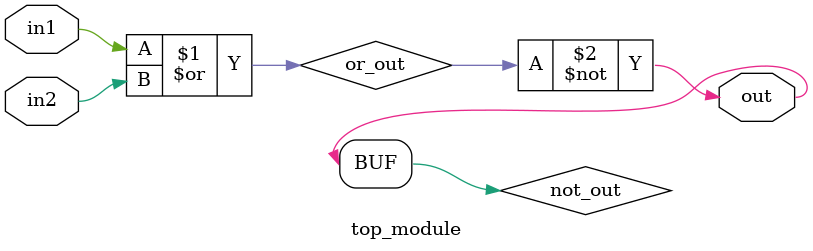
<source format=sv>
module top_module (
	input in1,
	input in2,
	output logic out
);

	// Use a wire to hold the logical OR of the two input signals
	wire or_out;
	assign or_out = in1 | in2;

	// Use a wire to hold the logical negation of the logical OR
	wire not_out;
	assign not_out = ~or_out;

	// Assign the output signal
	assign out = not_out;

endmodule

</source>
